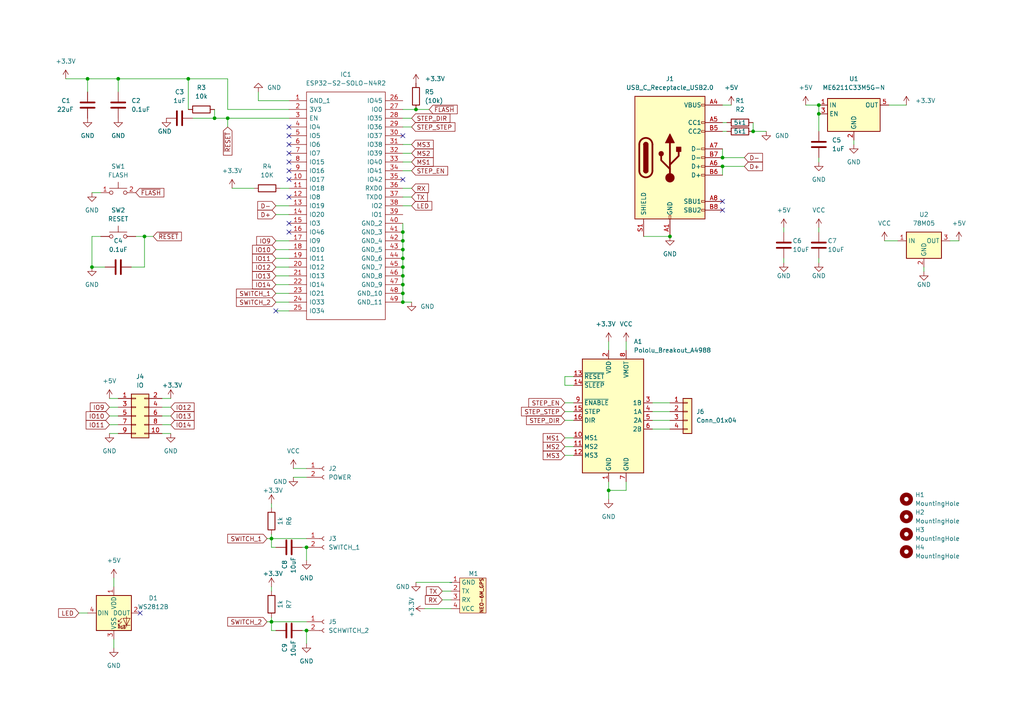
<source format=kicad_sch>
(kicad_sch (version 20231120) (generator "eeschema") (generator_version "8.0")
  (paper "A4")
  (lib_symbols
    (symbol "Connector:Conn_01x02_Socket" (pin_names (offset 1.016) hide)
      (property "Reference" "J" (at 0 2.54 0))
      (property "Value" "Conn_01x02_Socket" (at 0 -5.08 0))
      (symbol "Conn_01x02_Socket_1_1"
        (arc (start 0 -2.032) (mid -0.5058 -2.54) (end 0 -3.048) (stroke (width 0.1524)))
        (polyline (pts (xy -1.27 -2.54) (xy -0.508 -2.54)) (stroke (width 0.1524)))
        (polyline (pts (xy -1.27 0) (xy -0.508 0)) (stroke (width 0.1524)))
        (arc (start 0 0.508) (mid -0.5058 0) (end 0 -0.508) (stroke (width 0.1524)))
        (pin passive line (at -5.08 0 0) (length 3.81) (name "Pin_1") (number "1"))
        (pin passive line (at -5.08 -2.54 0) (length 3.81) (name "Pin_2") (number "2"))
      )
    )
    (symbol "Connector:USB_C_Receptacle_USB2.0" (pin_names (offset 1.016))
      (property "Reference" "J" (at -10.16 19.05 0))
      (property "Value" "USB_C_Receptacle_USB2.0" (at 19.05 19.05 0))
      (symbol "USB_C_Receptacle_USB2.0_0_0"
        (rectangle (start -0.254 -17.78) (end 0.254 -16.764))
        (rectangle (start 10.16 -14.986) (end 9.144 -15.494))
        (rectangle (start 10.16 -12.446) (end 9.144 -12.954))
        (rectangle (start 10.16 -4.826) (end 9.144 -5.334))
        (rectangle (start 10.16 -2.286) (end 9.144 -2.794))
        (rectangle (start 10.16 0.254) (end 9.144 -0.254))
        (rectangle (start 10.16 2.794) (end 9.144 2.286))
        (rectangle (start 10.16 7.874) (end 9.144 7.366))
        (rectangle (start 10.16 10.414) (end 9.144 9.906))
        (rectangle (start 10.16 15.494) (end 9.144 14.986))
      )
      (symbol "USB_C_Receptacle_USB2.0_0_1"
        (rectangle (start -10.16 17.78) (end 10.16 -17.78) (stroke (width 0.254)) (fill (type background)))
        (arc (start -8.89 -3.81) (mid -6.985 -5.7067) (end -5.08 -3.81) (stroke (width 0.508)))
        (arc (start -7.62 -3.81) (mid -6.985 -4.4423) (end -6.35 -3.81) (stroke (width 0.254)))
        (arc (start -7.62 -3.81) (mid -6.985 -4.4423) (end -6.35 -3.81) (stroke (width 0.254)) (fill (type outline)))
        (rectangle (start -7.62 -3.81) (end -6.35 3.81) (stroke (width 0.254)) (fill (type outline)))
        (arc (start -6.35 3.81) (mid -6.985 4.4423) (end -7.62 3.81) (stroke (width 0.254)))
        (arc (start -6.35 3.81) (mid -6.985 4.4423) (end -7.62 3.81) (stroke (width 0.254)) (fill (type outline)))
        (arc (start -5.08 3.81) (mid -6.985 5.7067) (end -8.89 3.81) (stroke (width 0.508)))
        (circle (center -2.54 1.143) (radius 0.635) (stroke (width 0.254)) (fill (type outline)))
        (circle (center 0 -5.842) (radius 1.27) (fill (type outline)))
        (polyline (pts (xy -8.89 -3.81) (xy -8.89 3.81)) (stroke (width 0.508)))
        (polyline (pts (xy -5.08 3.81) (xy -5.08 -3.81)) (stroke (width 0.508)))
        (polyline (pts (xy 0 -5.842) (xy 0 4.318)) (stroke (width 0.508)))
        (polyline (pts (xy 0 -3.302) (xy -2.54 -0.762) (xy -2.54 0.508)) (stroke (width 0.508)))
        (polyline (pts (xy 0 -2.032) (xy 2.54 0.508) (xy 2.54 1.778)) (stroke (width 0.508)))
        (polyline (pts (xy -1.27 4.318) (xy 0 6.858) (xy 1.27 4.318) (xy -1.27 4.318)) (stroke (width 0.254)) (fill (type outline)))
        (rectangle (start 1.905 1.778) (end 3.175 3.048) (stroke (width 0.254)) (fill (type outline)))
      )
      (symbol "USB_C_Receptacle_USB2.0_1_1"
        (pin passive line (at 0 -22.86 90) (length 5.08) (name "GND") (number "A1"))
        (pin passive line (at 0 -22.86 90) (length 5.08) hide (name "GND") (number "A12"))
        (pin passive line (at 15.24 15.24 180) (length 5.08) (name "VBUS") (number "A4"))
        (pin bidirectional line (at 15.24 10.16 180) (length 5.08) (name "CC1") (number "A5"))
        (pin bidirectional line (at 15.24 -2.54 180) (length 5.08) (name "D+") (number "A6"))
        (pin bidirectional line (at 15.24 2.54 180) (length 5.08) (name "D-") (number "A7"))
        (pin bidirectional line (at 15.24 -12.7 180) (length 5.08) (name "SBU1") (number "A8"))
        (pin passive line (at 15.24 15.24 180) (length 5.08) hide (name "VBUS") (number "A9"))
        (pin passive line (at 0 -22.86 90) (length 5.08) hide (name "GND") (number "B1"))
        (pin passive line (at 0 -22.86 90) (length 5.08) hide (name "GND") (number "B12"))
        (pin passive line (at 15.24 15.24 180) (length 5.08) hide (name "VBUS") (number "B4"))
        (pin bidirectional line (at 15.24 7.62 180) (length 5.08) (name "CC2") (number "B5"))
        (pin bidirectional line (at 15.24 -5.08 180) (length 5.08) (name "D+") (number "B6"))
        (pin bidirectional line (at 15.24 0 180) (length 5.08) (name "D-") (number "B7"))
        (pin bidirectional line (at 15.24 -15.24 180) (length 5.08) (name "SBU2") (number "B8"))
        (pin passive line (at 15.24 15.24 180) (length 5.08) hide (name "VBUS") (number "B9"))
        (pin passive line (at -7.62 -22.86 90) (length 5.08) (name "SHIELD") (number "S1"))
      )
    )
    (symbol "Connector_Generic:Conn_01x04" (pin_names (offset 1.016) hide)
      (property "Reference" "J" (at 0 5.08 0))
      (property "Value" "Conn_01x04" (at 0 -7.62 0))
      (symbol "Conn_01x04_1_1"
        (rectangle (start -1.27 -4.953) (end 0 -5.207) (stroke (width 0.1524)))
        (rectangle (start -1.27 -2.413) (end 0 -2.667) (stroke (width 0.1524)))
        (rectangle (start -1.27 0.127) (end 0 -0.127) (stroke (width 0.1524)))
        (rectangle (start -1.27 2.667) (end 0 2.413) (stroke (width 0.1524)))
        (rectangle (start -1.27 3.81) (end 1.27 -6.35) (stroke (width 0.254)) (fill (type background)))
        (pin passive line (at -5.08 2.54 0) (length 3.81) (name "Pin_1") (number "1"))
        (pin passive line (at -5.08 0 0) (length 3.81) (name "Pin_2") (number "2"))
        (pin passive line (at -5.08 -2.54 0) (length 3.81) (name "Pin_3") (number "3"))
        (pin passive line (at -5.08 -5.08 0) (length 3.81) (name "Pin_4") (number "4"))
      )
    )
    (symbol "Connector_Generic:Conn_02x05_Odd_Even" (pin_names (offset 1.016) hide)
      (property "Reference" "J" (at 1.27 7.62 0))
      (property "Value" "Conn_02x05_Odd_Even" (at 1.27 -7.62 0))
      (symbol "Conn_02x05_Odd_Even_1_1"
        (rectangle (start -1.27 -4.953) (end 0 -5.207) (stroke (width 0.1524)))
        (rectangle (start -1.27 -2.413) (end 0 -2.667) (stroke (width 0.1524)))
        (rectangle (start -1.27 0.127) (end 0 -0.127) (stroke (width 0.1524)))
        (rectangle (start -1.27 2.667) (end 0 2.413) (stroke (width 0.1524)))
        (rectangle (start -1.27 5.207) (end 0 4.953) (stroke (width 0.1524)))
        (rectangle (start -1.27 6.35) (end 3.81 -6.35) (stroke (width 0.254)) (fill (type background)))
        (rectangle (start 3.81 -4.953) (end 2.54 -5.207) (stroke (width 0.1524)))
        (rectangle (start 3.81 -2.413) (end 2.54 -2.667) (stroke (width 0.1524)))
        (rectangle (start 3.81 0.127) (end 2.54 -0.127) (stroke (width 0.1524)))
        (rectangle (start 3.81 2.667) (end 2.54 2.413) (stroke (width 0.1524)))
        (rectangle (start 3.81 5.207) (end 2.54 4.953) (stroke (width 0.1524)))
        (pin passive line (at -5.08 5.08 0) (length 3.81) (name "Pin_1") (number "1"))
        (pin passive line (at 7.62 -5.08 180) (length 3.81) (name "Pin_10") (number "10"))
        (pin passive line (at 7.62 5.08 180) (length 3.81) (name "Pin_2") (number "2"))
        (pin passive line (at -5.08 2.54 0) (length 3.81) (name "Pin_3") (number "3"))
        (pin passive line (at 7.62 2.54 180) (length 3.81) (name "Pin_4") (number "4"))
        (pin passive line (at -5.08 0 0) (length 3.81) (name "Pin_5") (number "5"))
        (pin passive line (at 7.62 0 180) (length 3.81) (name "Pin_6") (number "6"))
        (pin passive line (at -5.08 -2.54 0) (length 3.81) (name "Pin_7") (number "7"))
        (pin passive line (at 7.62 -2.54 180) (length 3.81) (name "Pin_8") (number "8"))
        (pin passive line (at -5.08 -5.08 0) (length 3.81) (name "Pin_9") (number "9"))
      )
    )
    (symbol "CustomComponents:ME6211C33M5G-N"
      (property "Reference" "U" (at 0 5.08 0))
      (property "Value" "ME6211C33M5G-N" (at 0 2.54 0))
      (symbol "ME6211C33M5G-N_0_1"
        (rectangle (start -7.62 -8.89) (end 7.62 0.635) (stroke (width 0.254)) (fill (type background)))
      )
      (symbol "ME6211C33M5G-N_1_1"
        (pin power_in line (at -10.16 -1.27 0) (length 2.54) (name "IN") (number "1"))
        (pin power_in line (at 0 -11.43 90) (length 2.54) (name "GND") (number "2"))
        (pin input line (at -10.16 -3.81 0) (length 2.54) (name "EN") (number "3"))
        (pin no_connect line (at 7.62 -3.81 180) (length 2.54) hide (name "NC") (number "4"))
        (pin power_out line (at 10.16 -1.27 180) (length 2.54) (name "OUT") (number "5"))
      )
    )
    (symbol "Device:C" (pin_numbers hide) (pin_names (offset 0.254))
      (property "Reference" "C" (at 0.635 2.54 0))
      (property "Value" "C" (at 0.635 -2.54 0))
      (symbol "C_0_1"
        (polyline (pts (xy -2.032 -0.762) (xy 2.032 -0.762)) (stroke (width 0.508)))
        (polyline (pts (xy -2.032 0.762) (xy 2.032 0.762)) (stroke (width 0.508)))
      )
      (symbol "C_1_1"
        (pin passive line (at 0 3.81 270) (length 2.794) (name "~") (number "1"))
        (pin passive line (at 0 -3.81 90) (length 2.794) (name "~") (number "2"))
      )
    )
    (symbol "Device:R" (pin_numbers hide) (pin_names (offset 0))
      (property "Reference" "R" (at 2.032 0 90))
      (property "Value" "R" (at 0 0 90))
      (symbol "R_0_1"
        (rectangle (start -1.016 -2.54) (end 1.016 2.54) (stroke (width 0.254)))
      )
      (symbol "R_1_1"
        (pin passive line (at 0 3.81 270) (length 1.27) (name "~") (number "1"))
        (pin passive line (at 0 -3.81 90) (length 1.27) (name "~") (number "2"))
      )
    )
    (symbol "Driver_Motor:Pololu_Breakout_A4988"
      (property "Reference" "A" (at -2.54 19.05 0))
      (property "Value" "Pololu_Breakout_A4988" (at -2.54 16.51 0))
      (symbol "Pololu_Breakout_A4988_0_1"
        (rectangle (start 10.16 -17.78) (end -7.62 15.24) (stroke (width 0.254)) (fill (type background)))
      )
      (symbol "Pololu_Breakout_A4988_1_1"
        (pin power_in line (at 0 -20.32 90) (length 2.54) (name "GND") (number "1"))
        (pin input line (at -10.16 -7.62 0) (length 2.54) (name "MS1") (number "10"))
        (pin input line (at -10.16 -10.16 0) (length 2.54) (name "MS2") (number "11"))
        (pin input line (at -10.16 -12.7 0) (length 2.54) (name "MS3") (number "12"))
        (pin input line (at -10.16 10.16 0) (length 2.54) (name "~{RESET}") (number "13"))
        (pin input line (at -10.16 7.62 0) (length 2.54) (name "~{SLEEP}") (number "14"))
        (pin input line (at -10.16 0 0) (length 2.54) (name "STEP") (number "15"))
        (pin input line (at -10.16 -2.54 0) (length 2.54) (name "DIR") (number "16"))
        (pin power_in line (at 0 17.78 270) (length 2.54) (name "VDD") (number "2"))
        (pin output line (at 12.7 2.54 180) (length 2.54) (name "1B") (number "3"))
        (pin output line (at 12.7 0 180) (length 2.54) (name "1A") (number "4"))
        (pin output line (at 12.7 -2.54 180) (length 2.54) (name "2A") (number "5"))
        (pin output line (at 12.7 -5.08 180) (length 2.54) (name "2B") (number "6"))
        (pin power_in line (at 5.08 -20.32 90) (length 2.54) (name "GND") (number "7"))
        (pin power_in line (at 5.08 17.78 270) (length 2.54) (name "VMOT") (number "8"))
        (pin input line (at -10.16 2.54 0) (length 2.54) (name "~{ENABLE}") (number "9"))
      )
    )
    (symbol "LED:WS2812B" (pin_names (offset 0.254))
      (property "Reference" "D" (at 5.08 5.715 0))
      (property "Value" "WS2812B" (at 1.27 -5.715 0))
      (symbol "WS2812B_0_0"
        (text "RGB" (at 2.286 -4.191 0) (effects (font (size 0.762 0.762))))
      )
      (symbol "WS2812B_0_1"
        (polyline (pts (xy 1.27 -3.556) (xy 1.778 -3.556)))
        (polyline (pts (xy 1.27 -2.54) (xy 1.778 -2.54)))
        (polyline (pts (xy 4.699 -3.556) (xy 2.667 -3.556)))
        (polyline (pts (xy 2.286 -2.54) (xy 1.27 -3.556) (xy 1.27 -3.048)))
        (polyline (pts (xy 2.286 -1.524) (xy 1.27 -2.54) (xy 1.27 -2.032)))
        (polyline (pts (xy 3.683 -1.016) (xy 3.683 -3.556) (xy 3.683 -4.064)))
        (polyline (pts (xy 4.699 -1.524) (xy 2.667 -1.524) (xy 3.683 -3.556) (xy 4.699 -1.524)))
        (rectangle (start 5.08 5.08) (end -5.08 -5.08) (stroke (width 0.254)) (fill (type background)))
      )
      (symbol "WS2812B_1_1"
        (pin power_in line (at 0 7.62 270) (length 2.54) (name "VDD") (number "1"))
        (pin output line (at 7.62 0 180) (length 2.54) (name "DOUT") (number "2"))
        (pin power_in line (at 0 -7.62 90) (length 2.54) (name "VSS") (number "3"))
        (pin input line (at -7.62 0 0) (length 2.54) (name "DIN") (number "4"))
      )
    )
    (symbol "Mechanical:MountingHole" (pin_names (offset 1.016))
      (property "Reference" "H" (at 0 5.08 0))
      (property "Value" "MountingHole" (at 0 3.175 0))
      (symbol "MountingHole_0_1"
        (circle (center 0 0) (radius 1.27) (stroke (width 1.27)))
      )
    )
    (symbol "Regulator_Linear:IFX27001TFV"
      (property "Reference" "U2" (at 0 7.62 0))
      (property "Value" "78M05" (at 0 5.08 0))
      (symbol "IFX27001TFV_1_1"
        (rectangle (start -5.08 2.54) (end 5.08 -5.08) (stroke (width 0.254)) (fill (type background)))
        (pin power_in line (at -7.62 0 0) (length 2.54) (name "IN") (number "1"))
        (pin input line (at 0 -7.62 90) (length 2.54) (name "GND") (number "2"))
        (pin power_out line (at 7.62 0 180) (length 2.54) (name "OUT") (number "3"))
      )
    )
    (symbol "SW_Push_1" (pin_names (offset 1.016) hide)
      (property "Reference" "SW" (at 1.27 2.54 0))
      (property "Value" "SW_Push_1" (at 0 -1.524 0))
      (symbol "SW_Push_1_0_1"
        (circle (center -2.032 0) (radius 0.508))
        (polyline (pts (xy 0 1.27) (xy 0 3.048)))
        (polyline (pts (xy 2.54 1.27) (xy -2.54 1.27)))
        (circle (center 2.032 0) (radius 0.508))
        (pin passive line (at -5.08 0 0) (length 2.54) (name "1") (number "1"))
        (pin passive line (at 5.08 0 180) (length 2.54) (name "2") (number "2"))
      )
    )
    (symbol "SamacSys_Parts:ESP32-S2-SOLO-N4R2" (pin_names (offset 0.762))
      (property "Reference" "IC" (at 29.21 7.62 0))
      (property "Value" "ESP32-S2-SOLO-N4R2" (at 29.21 5.08 0))
      (symbol "ESP32-S2-SOLO-N4R2_0_0"
        (pin passive line (at 0 0 0) (length 5.08) (name "GND_1") (number "1"))
        (pin passive line (at 0 -22.86 0) (length 5.08) (name "IO17") (number "10"))
        (pin passive line (at 0 -25.4 0) (length 5.08) (name "IO18") (number "11"))
        (pin passive line (at 0 -27.94 0) (length 5.08) (name "IO8") (number "12"))
        (pin passive line (at 0 -30.48 0) (length 5.08) (name "IO19") (number "13"))
        (pin passive line (at 0 -33.02 0) (length 5.08) (name "IO20") (number "14"))
        (pin passive line (at 0 -35.56 0) (length 5.08) (name "IO3") (number "15"))
        (pin passive line (at 0 -38.1 0) (length 5.08) (name "IO46") (number "16"))
        (pin passive line (at 0 -40.64 0) (length 5.08) (name "IO9") (number "17"))
        (pin passive line (at 0 -43.18 0) (length 5.08) (name "IO10") (number "18"))
        (pin passive line (at 0 -45.72 0) (length 5.08) (name "IO11") (number "19"))
        (pin passive line (at 0 -2.54 0) (length 5.08) (name "3V3") (number "2"))
        (pin passive line (at 0 -48.26 0) (length 5.08) (name "IO12") (number "20"))
        (pin passive line (at 0 -50.8 0) (length 5.08) (name "IO13") (number "21"))
        (pin passive line (at 0 -53.34 0) (length 5.08) (name "IO14") (number "22"))
        (pin passive line (at 0 -55.88 0) (length 5.08) (name "IO21") (number "23"))
        (pin passive line (at 0 -58.42 0) (length 5.08) (name "IO33") (number "24"))
        (pin passive line (at 0 -60.96 0) (length 5.08) (name "IO34") (number "25"))
        (pin passive line (at 33.02 0 180) (length 5.08) (name "IO45") (number "26"))
        (pin passive line (at 33.02 -2.54 180) (length 5.08) (name "IO0") (number "27"))
        (pin passive line (at 33.02 -5.08 180) (length 5.08) (name "IO35") (number "28"))
        (pin passive line (at 33.02 -7.62 180) (length 5.08) (name "IO36") (number "29"))
        (pin passive line (at 0 -5.08 0) (length 5.08) (name "EN") (number "3"))
        (pin passive line (at 33.02 -10.16 180) (length 5.08) (name "IO37") (number "30"))
        (pin passive line (at 33.02 -12.7 180) (length 5.08) (name "IO38") (number "31"))
        (pin passive line (at 33.02 -15.24 180) (length 5.08) (name "IO39") (number "32"))
        (pin passive line (at 33.02 -17.78 180) (length 5.08) (name "IO40") (number "33"))
        (pin passive line (at 33.02 -20.32 180) (length 5.08) (name "IO41") (number "34"))
        (pin passive line (at 33.02 -22.86 180) (length 5.08) (name "IO42") (number "35"))
        (pin passive line (at 33.02 -25.4 180) (length 5.08) (name "RXD0") (number "36"))
        (pin passive line (at 33.02 -27.94 180) (length 5.08) (name "TXD0") (number "37"))
        (pin passive line (at 33.02 -30.48 180) (length 5.08) (name "IO2") (number "38"))
        (pin passive line (at 33.02 -33.02 180) (length 5.08) (name "IO1") (number "39"))
        (pin passive line (at 0 -7.62 0) (length 5.08) (name "IO4") (number "4"))
        (pin passive line (at 33.02 -35.56 180) (length 5.08) (name "GND_2") (number "40"))
        (pin passive line (at 33.02 -38.1 180) (length 5.08) (name "GND_3") (number "41"))
        (pin passive line (at 33.02 -40.64 180) (length 5.08) (name "GND_4") (number "42"))
        (pin passive line (at 33.02 -43.18 180) (length 5.08) (name "GND_5") (number "43"))
        (pin passive line (at 33.02 -45.72 180) (length 5.08) (name "GND_6") (number "44"))
        (pin passive line (at 33.02 -48.26 180) (length 5.08) (name "GND_7") (number "45"))
        (pin passive line (at 33.02 -50.8 180) (length 5.08) (name "GND_8") (number "46"))
        (pin passive line (at 33.02 -53.34 180) (length 5.08) (name "GND_9") (number "47"))
        (pin passive line (at 33.02 -55.88 180) (length 5.08) (name "GND_10") (number "48"))
        (pin passive line (at 33.02 -58.42 180) (length 5.08) (name "GND_11") (number "49"))
        (pin passive line (at 0 -10.16 0) (length 5.08) (name "IO5") (number "5"))
        (pin passive line (at 0 -12.7 0) (length 5.08) (name "IO6") (number "6"))
        (pin passive line (at 0 -15.24 0) (length 5.08) (name "IO7") (number "7"))
        (pin passive line (at 0 -17.78 0) (length 5.08) (name "IO15") (number "8"))
        (pin passive line (at 0 -20.32 0) (length 5.08) (name "IO16") (number "9"))
      )
      (symbol "ESP32-S2-SOLO-N4R2_0_1"
        (polyline (pts (xy 5.08 2.54) (xy 27.94 2.54) (xy 27.94 -63.5) (xy 5.08 -63.5) (xy 5.08 2.54)) (stroke (width 0.1524)))
      )
    )
    (symbol "Switch:SW_Push" (pin_numbers hide) (pin_names (offset 1.016) hide)
      (property "Reference" "SW" (at 1.27 2.54 0))
      (property "Value" "SW_Push" (at 0 -1.524 0))
      (symbol "SW_Push_0_1"
        (circle (center -2.032 0) (radius 0.508))
        (polyline (pts (xy 0 1.27) (xy 0 3.048)))
        (polyline (pts (xy 2.54 1.27) (xy -2.54 1.27)))
        (circle (center 2.032 0) (radius 0.508))
        (pin passive line (at -5.08 0 0) (length 2.54) (name "1") (number "1"))
        (pin passive line (at 5.08 0 180) (length 2.54) (name "2") (number "2"))
      )
    )
    (symbol "power:+3.3V" (power) (pin_names (offset 0))
      (property "Value" "+3.3V" (at 0 3.556 0))
      (symbol "+3.3V_0_1"
        (polyline (pts (xy -0.762 1.27) (xy 0 2.54)))
        (polyline (pts (xy 0 0) (xy 0 2.54)))
        (polyline (pts (xy 0 2.54) (xy 0.762 1.27)))
      )
      (symbol "+3.3V_1_1"
        (pin power_in line (at 0 0 90) (length 0) hide (name "+3.3V") (number "1"))
      )
    )
    (symbol "power:+5V" (power) (pin_names (offset 0))
      (property "Value" "+5V" (at 0 3.556 0))
      (symbol "+5V_0_1"
        (polyline (pts (xy -0.762 1.27) (xy 0 2.54)))
        (polyline (pts (xy 0 0) (xy 0 2.54)))
        (polyline (pts (xy 0 2.54) (xy 0.762 1.27)))
      )
      (symbol "+5V_1_1"
        (pin power_in line (at 0 0 90) (length 0) hide (name "+5V") (number "1"))
      )
    )
    (symbol "power:GND" (power) (pin_names (offset 0))
      (property "Value" "GND" (at 0 -3.81 0))
      (symbol "GND_0_1"
        (polyline (pts (xy 0 0) (xy 0 -1.27) (xy 1.27 -1.27) (xy 0 -2.54) (xy -1.27 -1.27) (xy 0 -1.27)))
      )
      (symbol "GND_1_1"
        (pin power_in line (at 0 0 270) (length 0) hide (name "GND") (number "1"))
      )
    )
    (symbol "power:VCC" (power) (pin_names (offset 0))
      (property "Value" "VCC" (at 0 3.81 0))
      (symbol "VCC_0_1"
        (polyline (pts (xy -0.762 1.27) (xy 0 2.54)))
        (polyline (pts (xy 0 0) (xy 0 2.54)))
        (polyline (pts (xy 0 2.54) (xy 0.762 1.27)))
      )
      (symbol "VCC_1_1"
        (pin power_in line (at 0 0 90) (length 0) hide (name "VCC") (number "1"))
      )
    )
    (symbol "robins-parts:NEO-6M_GPS"
      (property "Reference" "M" (at 0 6.35 0))
      (symbol "NEO-6M_GPS_0_0"
        (pin power_in line (at -6.35 3.81 0) (length 2.54) (name "GND") (number "1"))
        (pin input line (at -6.35 1.27 0) (length 2.54) (name "TX") (number "2"))
        (pin output line (at -6.35 -1.27 0) (length 2.54) (name "RX") (number "3"))
        (pin power_in line (at -6.35 -3.81 0) (length 2.54) (name "VCC") (number "4"))
      )
      (symbol "NEO-6M_GPS_1_1"
        (polyline (pts (xy -3.81 5.08) (xy 3.81 5.08) (xy 3.81 -5.08) (xy -3.81 -5.08) (xy -3.81 5.08)) (fill (type background)))
        (text "NEO-6M_GPS" (at 2.54 0 900) (effects (font (size 1 1) (bold yes))))
      )
    )
  )
  (junction (at 26.67 77.47))
  (junction (at 176.53 142.24))
  (junction (at 54.61 22.86))
  (junction (at 237.49 33.02))
  (junction (at 218.44 38.1))
  (junction (at 88.9 158.75))
  (junction (at 120.65 31.75))
  (junction (at 116.84 85.09))
  (junction (at 116.84 82.55))
  (junction (at 116.84 77.47))
  (junction (at 209.55 45.72))
  (junction (at 116.84 74.93))
  (junction (at 116.84 67.31))
  (junction (at 209.55 48.26))
  (junction (at 66.04 34.29))
  (junction (at 116.84 87.63))
  (junction (at 116.84 80.01))
  (junction (at 62.23 34.29))
  (junction (at 88.9 182.88))
  (junction (at 34.29 22.86))
  (junction (at 78.74 156.21))
  (junction (at 78.74 180.34))
  (junction (at 116.84 69.85))
  (junction (at 194.31 68.58))
  (junction (at 25.4 22.86))
  (junction (at 41.91 68.58))
  (junction (at 116.84 72.39))
  (junction (at 237.49 30.48))
  (no_connect (at 116.84 52.07))
  (no_connect (at 83.82 44.45))
  (no_connect (at 83.82 41.91))
  (no_connect (at 83.82 39.37))
  (no_connect (at 83.82 36.83))
  (no_connect (at 83.82 49.53))
  (no_connect (at 83.82 46.99))
  (no_connect (at 209.55 58.42))
  (no_connect (at 209.55 60.96))
  (no_connect (at 116.84 39.37))
  (no_connect (at 83.82 57.15))
  (no_connect (at 83.82 64.77))
  (no_connect (at 40.64 177.8))
  (no_connect (at 80.01 90.17))
  (no_connect (at 83.82 67.31))
  (no_connect (at 83.82 52.07))
  (wire (pts (xy 80.01 82.55) (xy 83.82 82.55)))
  (wire (pts (xy 33.02 167.64) (xy 33.02 170.18)))
  (wire (pts (xy 237.49 30.48) (xy 237.49 33.02)))
  (wire (pts (xy 119.38 41.91) (xy 116.84 41.91)))
  (wire (pts (xy 87.63 158.75) (xy 88.9 158.75)))
  (wire (pts (xy 163.83 119.38) (xy 166.37 119.38)))
  (wire (pts (xy 218.44 35.56) (xy 218.44 38.1)))
  (wire (pts (xy 44.45 68.58) (xy 41.91 68.58)))
  (wire (pts (xy 80.01 85.09) (xy 83.82 85.09)))
  (wire (pts (xy 80.01 182.88) (xy 78.74 182.88)))
  (wire (pts (xy 209.55 48.26) (xy 215.9 48.26)))
  (wire (pts (xy 67.31 54.61) (xy 73.66 54.61)))
  (wire (pts (xy 78.74 180.34) (xy 78.74 182.88)))
  (wire (pts (xy 176.53 142.24) (xy 176.53 144.78)))
  (wire (pts (xy 62.23 34.29) (xy 66.04 34.29)))
  (wire (pts (xy 116.84 87.63) (xy 119.38 87.63)))
  (wire (pts (xy 116.84 85.09) (xy 116.84 82.55)))
  (wire (pts (xy 189.23 124.46) (xy 194.31 124.46)))
  (wire (pts (xy 163.83 111.76) (xy 163.83 109.22)))
  (wire (pts (xy 189.23 119.38) (xy 194.31 119.38)))
  (wire (pts (xy 116.84 59.69) (xy 119.38 59.69)))
  (wire (pts (xy 74.93 29.21) (xy 74.93 26.67)))
  (wire (pts (xy 119.38 49.53) (xy 116.84 49.53)))
  (wire (pts (xy 78.74 179.07) (xy 78.74 180.34)))
  (wire (pts (xy 119.38 46.99) (xy 116.84 46.99)))
  (wire (pts (xy 33.02 187.96) (xy 33.02 185.42)))
  (wire (pts (xy 237.49 76.2) (xy 237.49 74.93)))
  (wire (pts (xy 46.99 125.73) (xy 49.53 125.73)))
  (wire (pts (xy 209.55 35.56) (xy 210.82 35.56)))
  (wire (pts (xy 66.04 31.75) (xy 66.04 22.86)))
  (wire (pts (xy 237.49 33.02) (xy 237.49 38.1)))
  (wire (pts (xy 25.4 22.86) (xy 25.4 26.67)))
  (wire (pts (xy 66.04 34.29) (xy 83.82 34.29)))
  (wire (pts (xy 128.27 171.45) (xy 130.81 171.45)))
  (wire (pts (xy 80.01 80.01) (xy 83.82 80.01)))
  (wire (pts (xy 26.67 77.47) (xy 30.48 77.47)))
  (wire (pts (xy 123.19 176.53) (xy 130.81 176.53)))
  (wire (pts (xy 81.28 54.61) (xy 83.82 54.61)))
  (wire (pts (xy 233.68 30.48) (xy 237.49 30.48)))
  (wire (pts (xy 176.53 99.06) (xy 176.53 101.6)))
  (wire (pts (xy 80.01 77.47) (xy 83.82 77.47)))
  (wire (pts (xy 116.84 87.63) (xy 116.84 85.09)))
  (wire (pts (xy 31.75 118.11) (xy 34.29 118.11)))
  (wire (pts (xy 209.55 38.1) (xy 210.82 38.1)))
  (wire (pts (xy 227.33 76.2) (xy 227.33 74.93)))
  (wire (pts (xy 54.61 22.86) (xy 66.04 22.86)))
  (wire (pts (xy 83.82 31.75) (xy 66.04 31.75)))
  (wire (pts (xy 78.74 154.94) (xy 78.74 156.21)))
  (wire (pts (xy 163.83 116.84) (xy 166.37 116.84)))
  (wire (pts (xy 46.99 118.11) (xy 49.53 118.11)))
  (wire (pts (xy 78.74 146.05) (xy 78.74 147.32)))
  (wire (pts (xy 80.01 158.75) (xy 78.74 158.75)))
  (wire (pts (xy 22.86 177.8) (xy 25.4 177.8)))
  (wire (pts (xy 85.09 138.43) (xy 88.9 138.43)))
  (wire (pts (xy 55.88 34.29) (xy 62.23 34.29)))
  (wire (pts (xy 120.65 31.75) (xy 124.46 31.75)))
  (wire (pts (xy 237.49 66.04) (xy 237.49 67.31)))
  (wire (pts (xy 74.93 29.21) (xy 83.82 29.21)))
  (wire (pts (xy 38.1 77.47) (xy 41.91 77.47)))
  (wire (pts (xy 116.84 72.39) (xy 116.84 69.85)))
  (wire (pts (xy 116.84 69.85) (xy 116.84 67.31)))
  (wire (pts (xy 275.59 69.85) (xy 278.13 69.85)))
  (wire (pts (xy 54.61 22.86) (xy 54.61 31.75)))
  (wire (pts (xy 260.35 69.85) (xy 256.54 69.85)))
  (wire (pts (xy 189.23 121.92) (xy 194.31 121.92)))
  (wire (pts (xy 78.74 156.21) (xy 88.9 156.21)))
  (wire (pts (xy 119.38 34.29) (xy 116.84 34.29)))
  (wire (pts (xy 19.05 22.86) (xy 25.4 22.86)))
  (wire (pts (xy 80.01 87.63) (xy 83.82 87.63)))
  (wire (pts (xy 116.84 77.47) (xy 116.84 74.93)))
  (wire (pts (xy 87.63 182.88) (xy 88.9 182.88)))
  (wire (pts (xy 66.04 34.29) (xy 66.04 36.83)))
  (wire (pts (xy 34.29 22.86) (xy 34.29 26.67)))
  (wire (pts (xy 31.75 115.57) (xy 34.29 115.57)))
  (wire (pts (xy 181.61 99.06) (xy 181.61 101.6)))
  (wire (pts (xy 119.38 44.45) (xy 116.84 44.45)))
  (wire (pts (xy 41.91 77.47) (xy 41.91 68.58)))
  (wire (pts (xy 26.67 55.88) (xy 29.21 55.88)))
  (wire (pts (xy 209.55 30.48) (xy 212.09 30.48)))
  (wire (pts (xy 247.65 40.64) (xy 247.65 41.91)))
  (wire (pts (xy 80.01 69.85) (xy 83.82 69.85)))
  (wire (pts (xy 116.84 57.15) (xy 119.38 57.15)))
  (wire (pts (xy 41.91 68.58) (xy 39.37 68.58)))
  (wire (pts (xy 78.74 180.34) (xy 88.9 180.34)))
  (wire (pts (xy 237.49 45.72) (xy 237.49 46.99)))
  (wire (pts (xy 166.37 111.76) (xy 163.83 111.76)))
  (wire (pts (xy 163.83 109.22) (xy 166.37 109.22)))
  (wire (pts (xy 257.81 30.48) (xy 262.89 30.48)))
  (wire (pts (xy 62.23 31.75) (xy 62.23 34.29)))
  (wire (pts (xy 49.53 115.57) (xy 46.99 115.57)))
  (wire (pts (xy 34.29 22.86) (xy 54.61 22.86)))
  (wire (pts (xy 119.38 36.83) (xy 116.84 36.83)))
  (wire (pts (xy 209.55 48.26) (xy 209.55 50.8)))
  (wire (pts (xy 88.9 182.88) (xy 88.9 186.69)))
  (wire (pts (xy 189.23 116.84) (xy 194.31 116.84)))
  (wire (pts (xy 25.4 22.86) (xy 34.29 22.86)))
  (wire (pts (xy 116.84 82.55) (xy 116.84 80.01)))
  (wire (pts (xy 181.61 139.7) (xy 181.61 142.24)))
  (wire (pts (xy 116.84 80.01) (xy 116.84 77.47)))
  (wire (pts (xy 128.27 173.99) (xy 130.81 173.99)))
  (wire (pts (xy 31.75 125.73) (xy 34.29 125.73)))
  (wire (pts (xy 78.74 170.18) (xy 78.74 171.45)))
  (wire (pts (xy 29.21 68.58) (xy 26.67 68.58)))
  (wire (pts (xy 120.65 168.91) (xy 130.81 168.91)))
  (wire (pts (xy 227.33 67.31) (xy 227.33 66.04)))
  (wire (pts (xy 176.53 139.7) (xy 176.53 142.24)))
  (wire (pts (xy 80.01 74.93) (xy 83.82 74.93)))
  (wire (pts (xy 77.47 180.34) (xy 78.74 180.34)))
  (wire (pts (xy 31.75 120.65) (xy 34.29 120.65)))
  (wire (pts (xy 77.47 156.21) (xy 78.74 156.21)))
  (wire (pts (xy 186.69 68.58) (xy 194.31 68.58)))
  (wire (pts (xy 209.55 43.18) (xy 209.55 45.72)))
  (wire (pts (xy 46.99 123.19) (xy 49.53 123.19)))
  (wire (pts (xy 218.44 38.1) (xy 222.25 38.1)))
  (wire (pts (xy 116.84 31.75) (xy 120.65 31.75)))
  (wire (pts (xy 116.84 74.93) (xy 116.84 72.39)))
  (wire (pts (xy 80.01 62.23) (xy 83.82 62.23)))
  (wire (pts (xy 267.97 77.47) (xy 267.97 78.74)))
  (wire (pts (xy 80.01 59.69) (xy 83.82 59.69)))
  (wire (pts (xy 163.83 129.54) (xy 166.37 129.54)))
  (wire (pts (xy 26.67 68.58) (xy 26.67 77.47)))
  (wire (pts (xy 116.84 54.61) (xy 119.38 54.61)))
  (wire (pts (xy 163.83 121.92) (xy 166.37 121.92)))
  (wire (pts (xy 31.75 123.19) (xy 34.29 123.19)))
  (wire (pts (xy 85.09 135.89) (xy 88.9 135.89)))
  (wire (pts (xy 176.53 142.24) (xy 181.61 142.24)))
  (wire (pts (xy 209.55 45.72) (xy 215.9 45.72)))
  (wire (pts (xy 80.01 90.17) (xy 83.82 90.17)))
  (wire (pts (xy 78.74 158.75) (xy 78.74 156.21)))
  (wire (pts (xy 80.01 72.39) (xy 83.82 72.39)))
  (wire (pts (xy 163.83 127) (xy 166.37 127)))
  (wire (pts (xy 116.84 67.31) (xy 116.84 64.77)))
  (wire (pts (xy 163.83 132.08) (xy 166.37 132.08)))
  (wire (pts (xy 46.99 120.65) (xy 49.53 120.65)))
  (wire (pts (xy 88.9 158.75) (xy 88.9 162.56)))
  (global_label "IO9" (shape input) (at 31.75 118.11 180) (property "Intersheetrefs" "${INTERSHEET_REFS}" (effects (hide yes))))
  (global_label "IO13" (shape input) (at 49.53 120.65 0) (property "Intersheetrefs" "${INTERSHEET_REFS}" (effects (hide yes))))
  (global_label "IO13" (shape input) (at 80.01 80.01 180) (property "Intersheetrefs" "${INTERSHEET_REFS}" (effects (hide yes))))
  (global_label "D-" (shape input) (at 80.01 59.69 180) (property "Intersheetrefs" "${INTERSHEET_REFS}" (effects (hide yes))))
  (global_label "STEP_DIR" (shape input) (at 119.38 34.29 0) (property "Intersheetrefs" "${INTERSHEET_REFS}" (effects (hide yes))))
  (global_label "LED" (shape input) (at 22.86 177.8 180) (property "Intersheetrefs" "${INTERSHEET_REFS}" (effects (hide yes))))
  (global_label "SWITCH_1" (shape input) (at 77.47 156.21 180) (property "Intersheetrefs" "${INTERSHEET_REFS}" (effects (hide yes))))
  (global_label "IO9" (shape input) (at 80.01 69.85 180) (property "Intersheetrefs" "${INTERSHEET_REFS}" (effects (hide yes))))
  (global_label "D-" (shape input) (at 215.9 45.72 0) (property "Intersheetrefs" "${INTERSHEET_REFS}" (effects (hide yes))))
  (global_label "SWITCH_1" (shape input) (at 80.01 85.09 180) (property "Intersheetrefs" "${INTERSHEET_REFS}" (effects (hide yes))))
  (global_label "IO10" (shape input) (at 31.75 120.65 180) (property "Intersheetrefs" "${INTERSHEET_REFS}" (effects (hide yes))))
  (global_label "MS2" (shape input) (at 119.38 44.45 0) (property "Intersheetrefs" "${INTERSHEET_REFS}" (effects (hide yes))))
  (global_label "RX" (shape input) (at 119.38 54.61 0) (property "Intersheetrefs" "${INTERSHEET_REFS}" (effects (hide yes))))
  (global_label "STEP_STEP" (shape input) (at 119.38 36.83 0) (property "Intersheetrefs" "${INTERSHEET_REFS}" (effects (hide yes))))
  (global_label "MS1" (shape input) (at 163.83 127 180) (property "Intersheetrefs" "${INTERSHEET_REFS}" (effects (hide yes))))
  (global_label "STEP_STEP" (shape input) (at 163.83 119.38 180) (property "Intersheetrefs" "${INTERSHEET_REFS}" (effects (hide yes))))
  (global_label "~{RESET}" (shape input) (at 66.04 36.83 270) (property "Intersheetrefs" "${INTERSHEET_REFS}" (effects (hide yes))))
  (global_label "LED" (shape input) (at 119.38 59.69 0) (property "Intersheetrefs" "${INTERSHEET_REFS}" (effects (hide yes))))
  (global_label "MS3" (shape input) (at 119.38 41.91 0) (property "Intersheetrefs" "${INTERSHEET_REFS}" (effects (hide yes))))
  (global_label "STEP_EN" (shape input) (at 119.38 49.53 0) (property "Intersheetrefs" "${INTERSHEET_REFS}" (effects (hide yes))))
  (global_label "MS2" (shape input) (at 163.83 129.54 180) (property "Intersheetrefs" "${INTERSHEET_REFS}" (effects (hide yes))))
  (global_label "D+" (shape input) (at 80.01 62.23 180) (property "Intersheetrefs" "${INTERSHEET_REFS}" (effects (hide yes))))
  (global_label "STEP_DIR" (shape input) (at 163.83 121.92 180) (property "Intersheetrefs" "${INTERSHEET_REFS}" (effects (hide yes))))
  (global_label "~{RESET}" (shape input) (at 44.45 68.58 0) (property "Intersheetrefs" "${INTERSHEET_REFS}" (effects (hide yes))))
  (global_label "IO11" (shape input) (at 80.01 74.93 180) (property "Intersheetrefs" "${INTERSHEET_REFS}" (effects (hide yes))))
  (global_label "TX" (shape input) (at 128.27 171.45 180) (property "Intersheetrefs" "${INTERSHEET_REFS}" (effects (hide yes))))
  (global_label "SWITCH_2" (shape input) (at 80.01 87.63 180) (property "Intersheetrefs" "${INTERSHEET_REFS}" (effects (hide yes))))
  (global_label "SWITCH_2" (shape input) (at 77.47 180.34 180) (property "Intersheetrefs" "${INTERSHEET_REFS}" (effects (hide yes))))
  (global_label "MS3" (shape input) (at 163.83 132.08 180) (property "Intersheetrefs" "${INTERSHEET_REFS}" (effects (hide yes))))
  (global_label "IO12" (shape input) (at 49.53 118.11 0) (property "Intersheetrefs" "${INTERSHEET_REFS}" (effects (hide yes))))
  (global_label "TX" (shape input) (at 119.38 57.15 0) (property "Intersheetrefs" "${INTERSHEET_REFS}" (effects (hide yes))))
  (global_label "IO14" (shape input) (at 49.53 123.19 0) (property "Intersheetrefs" "${INTERSHEET_REFS}" (effects (hide yes))))
  (global_label "IO14" (shape input) (at 80.01 82.55 180) (property "Intersheetrefs" "${INTERSHEET_REFS}" (effects (hide yes))))
  (global_label "MS1" (shape input) (at 119.38 46.99 0) (property "Intersheetrefs" "${INTERSHEET_REFS}" (effects (hide yes))))
  (global_label "~{FLASH}" (shape input) (at 124.46 31.75 0) (property "Intersheetrefs" "${INTERSHEET_REFS}" (effects (hide yes))))
  (global_label "IO10" (shape input) (at 80.01 72.39 180) (property "Intersheetrefs" "${INTERSHEET_REFS}" (effects (hide yes))))
  (global_label "D+" (shape input) (at 215.9 48.26 0) (property "Intersheetrefs" "${INTERSHEET_REFS}" (effects (hide yes))))
  (global_label "STEP_EN" (shape input) (at 163.83 116.84 180) (property "Intersheetrefs" "${INTERSHEET_REFS}" (effects (hide yes))))
  (global_label "~{FLASH}" (shape input) (at 39.37 55.88 0) (property "Intersheetrefs" "${INTERSHEET_REFS}" (effects (hide yes))))
  (global_label "RX" (shape input) (at 128.27 173.99 180) (property "Intersheetrefs" "${INTERSHEET_REFS}" (effects (hide yes))))
  (global_label "IO11" (shape input) (at 31.75 123.19 180) (property "Intersheetrefs" "${INTERSHEET_REFS}" (effects (hide yes))))
  (global_label "IO12" (shape input) (at 80.01 77.47 180) (property "Intersheetrefs" "${INTERSHEET_REFS}" (effects (hide yes))))
  (symbol (lib_id "Mechanical:MountingHole") (at 262.89 144.78 0) (unit 1)
    (property "Reference" "H1" (at 265.43 143.5099 0) (effects (justify left)))
    (property "Value" "MountingHole" (at 265.43 146.0499 0) (effects (justify left)))
    (property "Footprint" "MountingHole:MountingHole_2.2mm_M2" (effects (hide yes)))
  )
  (symbol (lib_id "power:+5V") (at 33.02 167.64 0) (unit 1)
    (property "Reference" "#PWR0101" (effects (hide yes)))
    (property "Value" "+5V" (at 33.02 162.56 0))
  )
  (symbol (lib_id "power:GND") (at 227.33 76.2 0) (unit 1)
    (property "Reference" "#PWR017" (effects (hide yes)))
    (property "Value" "GND" (at 227.33 80.01 0))
  )
  (symbol (lib_id "power:+3.3V") (at 78.74 146.05 0) (unit 1)
    (property "Reference" "#PWR040" (effects (hide yes)))
    (property "Value" "+3.3V" (at 76.2 142.24 0) (effects (justify left)))
  )
  (symbol (lib_id "power:GND") (at 194.31 68.58 0) (unit 1)
    (property "Reference" "#PWR01" (effects (hide yes)))
    (property "Value" "GND" (at 194.31 73.66 0))
  )
  (symbol (lib_id "power:GND") (at 88.9 162.56 0) (unit 1)
    (property "Reference" "#PWR034" (effects (hide yes)))
    (property "Value" "GND" (at 88.9 167.64 0))
  )
  (symbol (lib_id "power:GND") (at 31.75 125.73 0) (unit 1)
    (property "Reference" "#PWR026" (effects (hide yes)))
    (property "Value" "GND" (at 31.75 130.81 0))
  )
  (symbol (lib_id "Device:R") (at 214.63 35.56 90) (unit 1)
    (property "Reference" "R1" (at 214.63 29.21 90))
    (property "Value" "5k1" (at 214.63 35.56 90))
    (property "Footprint" "Resistor_SMD:R_0805_2012Metric_Pad1.20x1.40mm_HandSolder" (effects (hide yes)))
  )
  (symbol (lib_id "power:GND") (at 34.29 34.29 0) (unit 1)
    (property "Reference" "#PWR05" (effects (hide yes)))
    (property "Value" "GND" (at 34.29 39.37 0))
  )
  (symbol (lib_id "Device:R") (at 78.74 151.13 0) (unit 1)
    (property "Reference" "R6" (at 83.82 151.13 90))
    (property "Value" "1k" (at 81.28 151.13 90))
    (property "Footprint" "Resistor_SMD:R_0402_1005Metric_Pad0.72x0.64mm_HandSolder" (effects (hide yes)))
  )
  (symbol (lib_id "power:+3.3V") (at 67.31 54.61 0) (unit 1)
    (property "Reference" "#PWR08" (effects (hide yes)))
    (property "Value" "+3.3V" (at 67.31 49.53 0))
  )
  (symbol (lib_id "SamacSys_Parts:ESP32-S2-SOLO-N4R2") (at 83.82 29.21 0) (unit 1)
    (property "Reference" "IC1" (at 100.33 21.59 0))
    (property "Value" "ESP32-S2-SOLO-N4R2" (at 100.33 24.13 0))
    (property "Footprint" "SamacSys_Parts:ESP32S2SOLON4R2" (effects (hide yes)))
    (property "Datasheet" "https://www.espressif.com/sites/default/files/documentation/esp32-s2-solo_esp32-s2-solo-u_datasheet_en.pdf" (effects (hide yes)))
    (property "Description" "WiFi Modules - 802.11 SMD module, ESP32-S2R2 with 2 MB PSRAM inside, 4 MB SPI flash, PCB antenna/002" (effects (hide yes)))
    (property "Height" "3.25" (effects (hide yes)))
    (property "Manufacturer_Name" "Espressif Systems" (effects (hide yes)))
    (property "Manufacturer_Part_Number" "ESP32-S2-SOLO-N4R2" (effects (hide yes)))
    (property "Mouser Part Number" "356-ESP32-S2SOLON4R2" (effects (hide yes)))
    (property "Mouser Price/Stock" "https://www.mouser.co.uk/ProductDetail/Espressif-Systems/ESP32-S2-SOLO-N4R2?qs=pBJMDPsKWf0j4qPDQHWJuA%3D%3D" (effects (hide yes)))
  )
  (symbol (lib_id "power:GND") (at 222.25 38.1 0) (unit 1)
    (property "Reference" "#PWR06" (effects (hide yes)))
    (property "Value" "GND" (at 224.79 39.3699 0) (effects (justify left)))
  )
  (symbol (lib_id "power:GND") (at 26.67 77.47 0) (unit 1)
    (property "Reference" "#PWR015" (effects (hide yes)))
    (property "Value" "GND" (at 26.67 82.55 0))
  )
  (symbol (lib_id "Device:C") (at 237.49 41.91 0) (unit 1)
    (property "Reference" "C5" (at 241.3 40.6399 0) (effects (justify left)))
    (property "Value" "1uF" (at 241.3 43.1799 0) (effects (justify left)))
    (property "Footprint" "Capacitor_SMD:C_0805_2012Metric_Pad1.18x1.45mm_HandSolder" (effects (hide yes)))
  )
  (symbol (lib_id "Device:C") (at 34.29 77.47 270) (unit 1)
    (property "Reference" "C4" (at 34.29 69.85 90))
    (property "Value" "0.1uF" (at 34.29 72.39 90))
    (property "Footprint" "Capacitor_SMD:C_0805_2012Metric_Pad1.18x1.45mm_HandSolder" (effects (hide yes)))
  )
  (symbol (lib_id "power:GND") (at 26.67 55.88 0) (unit 1)
    (property "Reference" "#PWR014" (effects (hide yes)))
    (property "Value" "GND" (at 26.67 60.96 0))
  )
  (symbol (lib_id "power:+3.3V") (at 120.65 24.13 0) (unit 1)
    (property "Reference" "#PWR011" (effects (hide yes)))
    (property "Value" "+3.3V" (at 123.19 22.8599 0) (effects (justify left)))
  )
  (symbol (lib_id "power:+5V") (at 278.13 69.85 0) (mirror y) (unit 1)
    (property "Reference" "#PWR031" (effects (hide yes)))
    (property "Value" "+5V" (at 278.13 64.77 0))
  )
  (symbol (lib_id "Device:C") (at 237.49 71.12 180) (unit 1)
    (property "Reference" "C7" (at 240.03 69.85 0) (effects (justify right)))
    (property "Value" "10uF" (at 240.03 72.39 0) (effects (justify right)))
    (property "Footprint" "Capacitor_SMD:C_0603_1608Metric_Pad1.08x0.95mm_HandSolder" (effects (hide yes)))
  )
  (symbol (lib_id "Connector_Generic:Conn_02x05_Odd_Even") (at 39.37 120.65 0) (unit 1)
    (property "Reference" "J4" (at 40.64 109.22 0))
    (property "Value" "IO" (at 40.64 111.76 0))
    (property "Footprint" "Connector_PinHeader_2.54mm:PinHeader_2x05_P2.54mm_Vertical" (effects (hide yes)))
  )
  (symbol (lib_id "robins-parts:NEO-6M_GPS") (at 137.16 172.72 0) (unit 1)
    (property "Reference" "M1" (at 135.89 166.37 0) (effects (justify left)))
    (property "Value" "~" (at 130.81 168.91 0))
    (property "Footprint" "robins-parts:NEO-6M_GPS" (effects (hide yes)))
  )
  (symbol (lib_id "power:GND") (at 267.97 78.74 0) (unit 1)
    (property "Reference" "#PWR030" (effects (hide yes)))
    (property "Value" "GND" (at 267.97 82.55 0))
  )
  (symbol (lib_id "Device:C") (at 25.4 30.48 180) (unit 1)
    (property "Reference" "C1" (at 17.78 29.21 0) (effects (justify right)))
    (property "Value" "22uF" (at 16.51 31.75 0) (effects (justify right)))
    (property "Footprint" "Capacitor_SMD:C_0805_2012Metric_Pad1.18x1.45mm_HandSolder" (effects (hide yes)))
  )
  (symbol (lib_name "SW_Push_1") (lib_id "Switch:SW_Push") (at 34.29 55.88 0) (unit 1)
    (property "Reference" "SW1" (at 34.29 48.26 0))
    (property "Value" "FLASH" (at 34.29 50.8 0))
    (property "Footprint" "SamacSys_Parts:TS1187ABAB" (effects (hide yes)))
  )
  (symbol (lib_id "Device:C") (at 227.33 71.12 180) (unit 1)
    (property "Reference" "C6" (at 229.87 69.85 0) (effects (justify right)))
    (property "Value" "10uF" (at 229.87 72.39 0) (effects (justify right)))
    (property "Footprint" "Capacitor_SMD:C_0603_1608Metric_Pad1.08x0.95mm_HandSolder" (effects (hide yes)))
  )
  (symbol (lib_id "CustomComponents:ME6211C33M5G-N") (at 247.65 29.21 0) (unit 1)
    (property "Reference" "U1" (at 247.65 22.86 0))
    (property "Value" "ME6211C33M5G-N" (at 247.65 25.4 0))
    (property "Footprint" "Package_TO_SOT_SMD:SOT-23-5_HandSoldering" (effects (hide yes)))
  )
  (symbol (lib_id "power:+3.3V") (at 49.53 115.57 0) (unit 1)
    (property "Reference" "#PWR027" (effects (hide yes)))
    (property "Value" "+3.3V" (at 46.99 111.76 0) (effects (justify left)))
  )
  (symbol (lib_id "power:+3.3V") (at 78.74 170.18 0) (unit 1)
    (property "Reference" "#PWR039" (effects (hide yes)))
    (property "Value" "+3.3V" (at 76.2 166.37 0) (effects (justify left)))
  )
  (symbol (lib_id "power:GND") (at 120.65 168.91 0) (unit 1)
    (property "Reference" "#PWR013" (effects (hide yes)))
    (property "Value" "GND" (at 116.84 170.18 0))
  )
  (symbol (lib_id "power:+5V") (at 233.68 30.48 0) (unit 1)
    (property "Reference" "#PWR018" (effects (hide yes)))
    (property "Value" "+5V" (at 233.68 25.4 0))
  )
  (symbol (lib_id "Device:R") (at 120.65 27.94 180) (unit 1)
    (property "Reference" "R5" (at 123.19 26.6699 0) (effects (justify right)))
    (property "Value" "(10k)" (at 123.19 29.2099 0) (effects (justify right)))
    (property "Footprint" "Resistor_SMD:R_0805_2012Metric_Pad1.20x1.40mm_HandSolder" (effects (hide yes)))
  )
  (symbol (lib_id "power:GND") (at 49.53 125.73 0) (unit 1)
    (property "Reference" "#PWR028" (effects (hide yes)))
    (property "Value" "GND" (at 49.53 130.81 0))
  )
  (symbol (lib_id "power:GND") (at 247.65 41.91 0) (unit 1)
    (property "Reference" "#PWR020" (effects (hide yes)))
    (property "Value" "GND" (at 247.65 46.99 0))
  )
  (symbol (lib_id "Connector:Conn_01x02_Socket") (at 93.98 156.21 0) (unit 1)
    (property "Reference" "J3" (at 95.25 156.21 0) (effects (justify left)))
    (property "Value" "SWITCH_1" (at 95.25 158.75 0) (effects (justify left)))
    (property "Footprint" "TerminalBlock_Phoenix:TerminalBlock_Phoenix_MKDS-3-2-5.08_1x02_P5.08mm_Horizontal" (effects (hide yes)))
  )
  (symbol (lib_id "power:GND") (at 176.53 144.78 0) (unit 1)
    (property "Reference" "#PWR036" (effects (hide yes)))
    (property "Value" "GND" (at 176.53 149.86 0))
  )
  (symbol (lib_id "power:VCC") (at 85.09 135.89 0) (unit 1)
    (property "Reference" "#PWR032" (effects (hide yes)))
    (property "Value" "VCC" (at 85.09 130.81 0))
  )
  (symbol (lib_id "power:GND") (at 237.49 46.99 0) (unit 1)
    (property "Reference" "#PWR019" (effects (hide yes)))
    (property "Value" "GND" (at 237.49 52.07 0))
  )
  (symbol (lib_id "power:GND") (at 74.93 26.67 180) (unit 1)
    (property "Reference" "#PWR09" (effects (hide yes)))
    (property "Value" "GND" (at 77.47 25.3999 0) (effects (justify right)))
  )
  (symbol (lib_id "power:VCC") (at 256.54 69.85 0) (unit 1)
    (property "Reference" "#PWR029" (effects (hide yes)))
    (property "Value" "VCC" (at 256.54 64.77 0))
  )
  (symbol (lib_id "Device:R") (at 78.74 175.26 0) (unit 1)
    (property "Reference" "R7" (at 83.82 175.26 90))
    (property "Value" "1k" (at 81.28 175.26 90))
    (property "Footprint" "Resistor_SMD:R_0402_1005Metric_Pad0.72x0.64mm_HandSolder" (effects (hide yes)))
  )
  (symbol (lib_id "Device:C") (at 34.29 30.48 180) (unit 1)
    (property "Reference" "C2" (at 38.1 29.2099 0) (effects (justify right)))
    (property "Value" "0.1uF" (at 38.1 31.7499 0) (effects (justify right)))
    (property "Footprint" "Capacitor_SMD:C_0805_2012Metric_Pad1.18x1.45mm_HandSolder" (effects (hide yes)))
  )
  (symbol (lib_id "power:+3.3V") (at 123.19 176.53 90) (unit 1)
    (property "Reference" "#PWR012" (effects (hide yes)))
    (property "Value" "+3.3V" (at 119.38 179.07 0) (effects (justify left)))
  )
  (symbol (lib_id "Switch:SW_Push") (at 34.29 68.58 0) (unit 1)
    (property "Reference" "SW2" (at 34.29 60.96 0))
    (property "Value" "RESET" (at 34.29 63.5 0))
    (property "Footprint" "SamacSys_Parts:TS1187ABAB" (effects (hide yes)))
  )
  (symbol (lib_id "power:+5V") (at 31.75 115.57 0) (unit 1)
    (property "Reference" "#PWR022" (effects (hide yes)))
    (property "Value" "+5V" (at 31.75 110.49 0))
  )
  (symbol (lib_id "power:+3.3V") (at 176.53 99.06 0) (unit 1)
    (property "Reference" "#PWR038" (effects (hide yes)))
    (property "Value" "+3.3V" (at 172.72 93.98 0) (effects (justify left)))
  )
  (symbol (lib_id "Device:R") (at 58.42 31.75 90) (unit 1)
    (property "Reference" "R3" (at 58.42 25.4 90))
    (property "Value" "10k" (at 58.42 27.94 90))
    (property "Footprint" "Resistor_SMD:R_0805_2012Metric_Pad1.20x1.40mm_HandSolder" (effects (hide yes)))
  )
  (symbol (lib_id "power:GND") (at 48.26 34.29 0) (unit 1)
    (property "Reference" "#PWR07" (effects (hide yes)))
    (property "Value" "GND" (at 45.72 38.1 0) (effects (justify left)))
  )
  (symbol (lib_id "Device:R") (at 214.63 38.1 90) (unit 1)
    (property "Reference" "R2" (at 214.63 31.75 90))
    (property "Value" "5k1" (at 214.63 38.1 90))
    (property "Footprint" "Resistor_SMD:R_0805_2012Metric_Pad1.20x1.40mm_HandSolder" (effects (hide yes)))
  )
  (symbol (lib_id "Connector:USB_C_Receptacle_USB2.0") (at 194.31 45.72 0) (unit 1)
    (property "Reference" "J1" (at 194.31 22.86 0))
    (property "Value" "USB_C_Receptacle_USB2.0" (at 194.31 25.4 0))
    (property "Footprint" "CustomComponents:USB_C_Receptacle_HRO_TYPE-C-31-M-12" (effects (hide yes)))
    (property "Datasheet" "https://www.usb.org/sites/default/files/documents/usb_type-c.zip" (effects (hide yes)))
  )
  (symbol (lib_id "Regulator_Linear:IFX27001TFV") (at 267.97 69.85 0) (unit 1)
    (property "Reference" "U2" (at 267.97 62.23 0))
    (property "Value" "78M05" (at 267.97 64.77 0))
    (property "Footprint" "Package_TO_SOT_SMD:TO-252-2" (effects (hide yes)))
    (property "Datasheet" "https://datasheet.lcsc.com/lcsc/2311091734_UMW-Youtai-Semiconductor-Co---Ltd--78M05_C347278.pdf" (effects (hide yes)))
  )
  (symbol (lib_id "power:+5V") (at 212.09 30.48 0) (unit 1)
    (property "Reference" "#PWR04" (effects (hide yes)))
    (property "Value" "+5V" (at 212.09 25.4 0))
  )
  (symbol (lib_id "Device:C") (at 83.82 182.88 270) (unit 1)
    (property "Reference" "C9" (at 82.55 189.23 0) (effects (justify right)))
    (property "Value" "10uF" (at 85.09 190.5 0) (effects (justify right)))
    (property "Footprint" "Capacitor_SMD:C_0603_1608Metric_Pad1.08x0.95mm_HandSolder" (effects (hide yes)))
  )
  (symbol (lib_id "power:GND") (at 25.4 34.29 0) (unit 1)
    (property "Reference" "#PWR03" (effects (hide yes)))
    (property "Value" "GND" (at 25.4 39.37 0))
  )
  (symbol (lib_id "Mechanical:MountingHole") (at 262.89 160.02 0) (unit 1)
    (property "Reference" "H4" (at 265.43 158.7499 0) (effects (justify left)))
    (property "Value" "MountingHole" (at 265.43 161.2899 0) (effects (justify left)))
    (property "Footprint" "MountingHole:MountingHole_2.2mm_M2" (effects (hide yes)))
  )
  (symbol (lib_id "Connector:Conn_01x02_Socket") (at 93.98 180.34 0) (unit 1)
    (property "Reference" "J5" (at 95.25 180.34 0) (effects (justify left)))
    (property "Value" "SCHWITCH_2" (at 95.25 182.88 0) (effects (justify left)))
    (property "Footprint" "TerminalBlock_Phoenix:TerminalBlock_Phoenix_MKDS-3-2-5.08_1x02_P5.08mm_Horizontal" (effects (hide yes)))
  )
  (symbol (lib_id "Device:R") (at 77.47 54.61 90) (unit 1)
    (property "Reference" "R4" (at 77.47 48.26 90))
    (property "Value" "10K" (at 77.47 50.8 90))
    (property "Footprint" "Resistor_SMD:R_0805_2012Metric_Pad1.20x1.40mm_HandSolder" (effects (hide yes)))
  )
  (symbol (lib_id "Connector:Conn_01x02_Socket") (at 93.98 135.89 0) (unit 1)
    (property "Reference" "J2" (at 95.25 135.89 0) (effects (justify left)))
    (property "Value" "POWER" (at 95.25 138.43 0) (effects (justify left)))
    (property "Footprint" "TerminalBlock_Phoenix:TerminalBlock_Phoenix_MKDS-3-2-5.08_1x02_P5.08mm_Horizontal" (effects (hide yes)))
  )
  (symbol (lib_id "Mechanical:MountingHole") (at 262.89 149.86 0) (unit 1)
    (property "Reference" "H2" (at 265.43 148.5899 0) (effects (justify left)))
    (property "Value" "MountingHole" (at 265.43 151.1299 0) (effects (justify left)))
    (property "Footprint" "MountingHole:MountingHole_2.2mm_M2" (effects (hide yes)))
  )
  (symbol (lib_id "power:GND") (at 85.09 138.43 0) (unit 1)
    (property "Reference" "#PWR033" (effects (hide yes)))
    (property "Value" "GND" (at 81.28 139.7 0))
  )
  (symbol (lib_id "power:+3.3V") (at 262.89 30.48 0) (unit 1)
    (property "Reference" "#PWR021" (effects (hide yes)))
    (property "Value" "+3.3V" (at 265.43 29.2099 0) (effects (justify left)))
  )
  (symbol (lib_id "power:+3.3V") (at 19.05 22.86 0) (unit 1)
    (property "Reference" "#PWR02" (effects (hide yes)))
    (property "Value" "+3.3V" (at 19.05 17.78 0))
  )
  (symbol (lib_id "power:GND") (at 88.9 186.69 0) (unit 1)
    (property "Reference" "#PWR035" (effects (hide yes)))
    (property "Value" "GND" (at 88.9 191.77 0))
  )
  (symbol (lib_id "Device:C") (at 83.82 158.75 270) (unit 1)
    (property "Reference" "C8" (at 82.55 165.1 0) (effects (justify right)))
    (property "Value" "10uF" (at 85.09 166.37 0) (effects (justify right)))
    (property "Footprint" "Capacitor_SMD:C_0603_1608Metric_Pad1.08x0.95mm_HandSolder" (effects (hide yes)))
  )
  (symbol (lib_id "power:VCC") (at 237.49 66.04 0) (unit 1)
    (property "Reference" "#PWR024" (effects (hide yes)))
    (property "Value" "VCC" (at 237.49 60.96 0))
  )
  (symbol (lib_id "power:GND") (at 237.49 76.2 0) (unit 1)
    (property "Reference" "#PWR025" (effects (hide yes)))
    (property "Value" "GND" (at 237.49 80.01 0))
  )
  (symbol (lib_id "LED:WS2812B") (at 33.02 177.8 0) (unit 1)
    (property "Reference" "D1" (at 44.45 173.4693 0))
    (property "Value" "WS2812B" (at 44.45 176.0093 0))
    (property "Footprint" "LED_SMD:LED_WS2812B_PLCC4_5.0x5.0mm_P3.2mm" (effects (hide yes)))
    (property "Datasheet" "https://cdn-shop.adafruit.com/datasheets/WS2812B.pdf" (effects (hide yes)))
  )
  (symbol (lib_id "Driver_Motor:Pololu_Breakout_A4988") (at 176.53 119.38 0) (unit 1)
    (property "Reference" "A1" (at 183.8041 99.06 0) (effects (justify left)))
    (property "Value" "Pololu_Breakout_A4988" (at 183.8041 101.6 0) (effects (justify left)))
    (property "Footprint" "robins-parts:A4988" (effects (hide yes)))
    (property "Datasheet" "https://www.pololu.com/product/2980/pictures" (effects (hide yes)))
  )
  (symbol (lib_id "power:+5V") (at 227.33 66.04 0) (mirror y) (unit 1)
    (property "Reference" "#PWR016" (effects (hide yes)))
    (property "Value" "+5V" (at 227.33 60.96 0))
  )
  (symbol (lib_id "Connector_Generic:Conn_01x04") (at 199.39 119.38 0) (unit 1)
    (property "Reference" "J6" (at 201.93 119.38 0) (effects (justify left)))
    (property "Value" "Conn_01x04" (at 201.93 121.92 0) (effects (justify left)))
    (property "Footprint" "Connector_JST:JST_XH_B4B-XH-A_1x04_P2.50mm_Vertical" (effects (hide yes)))
  )
  (symbol (lib_id "power:GND") (at 119.38 87.63 0) (unit 1)
    (property "Reference" "#PWR010" (effects (hide yes)))
    (property "Value" "GND" (at 121.92 88.8999 0) (effects (justify left)))
  )
  (symbol (lib_id "Mechanical:MountingHole") (at 262.89 154.94 0) (unit 1)
    (property "Reference" "H3" (at 265.43 153.6699 0) (effects (justify left)))
    (property "Value" "MountingHole" (at 265.43 156.2099 0) (effects (justify left)))
    (property "Footprint" "MountingHole:MountingHole_2.2mm_M2" (effects (hide yes)))
  )
  (symbol (lib_id "Device:C") (at 52.07 34.29 90) (unit 1)
    (property "Reference" "C3" (at 52.07 26.67 90))
    (property "Value" "1uF" (at 52.07 29.21 90))
    (property "Footprint" "Capacitor_SMD:C_0805_2012Metric_Pad1.18x1.45mm_HandSolder" (effects (hide yes)))
  )
  (symbol (lib_id "power:VCC") (at 181.61 99.06 0) (unit 1)
    (property "Reference" "#PWR037" (effects (hide yes)))
    (property "Value" "VCC" (at 181.61 93.98 0))
  )
  (symbol (lib_id "power:GND") (at 33.02 187.96 0) (unit 1)
    (property "Reference" "#PWR023" (effects (hide yes)))
    (property "Value" "GND" (at 33.02 193.04 0))
  )
)
</source>
